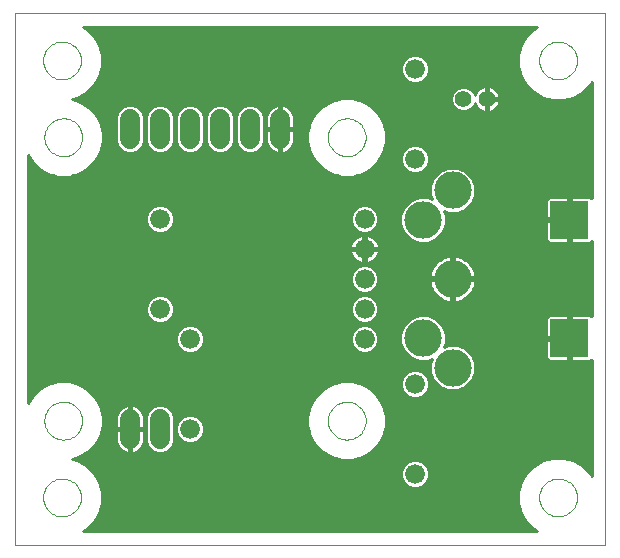
<source format=gtl>
G75*
G70*
%OFA0B0*%
%FSLAX24Y24*%
%IPPOS*%
%LPD*%
%AMOC8*
5,1,8,0,0,1.08239X$1,22.5*
%
%ADD10C,0.0000*%
%ADD11C,0.0660*%
%ADD12C,0.1250*%
%ADD13R,0.1250X0.1250*%
%ADD14C,0.0560*%
%ADD15C,0.0660*%
%ADD16C,0.0100*%
D10*
X000105Y000102D02*
X000105Y017818D01*
X019790Y017818D01*
X019790Y000102D01*
X000105Y000102D01*
X001050Y001677D02*
X001052Y001727D01*
X001058Y001777D01*
X001068Y001826D01*
X001082Y001874D01*
X001099Y001921D01*
X001120Y001966D01*
X001145Y002010D01*
X001173Y002051D01*
X001205Y002090D01*
X001239Y002127D01*
X001276Y002161D01*
X001316Y002191D01*
X001358Y002218D01*
X001402Y002242D01*
X001448Y002263D01*
X001495Y002279D01*
X001543Y002292D01*
X001593Y002301D01*
X001642Y002306D01*
X001693Y002307D01*
X001743Y002304D01*
X001792Y002297D01*
X001841Y002286D01*
X001889Y002271D01*
X001935Y002253D01*
X001980Y002231D01*
X002023Y002205D01*
X002064Y002176D01*
X002103Y002144D01*
X002139Y002109D01*
X002171Y002071D01*
X002201Y002031D01*
X002228Y001988D01*
X002251Y001944D01*
X002270Y001898D01*
X002286Y001850D01*
X002298Y001801D01*
X002306Y001752D01*
X002310Y001702D01*
X002310Y001652D01*
X002306Y001602D01*
X002298Y001553D01*
X002286Y001504D01*
X002270Y001456D01*
X002251Y001410D01*
X002228Y001366D01*
X002201Y001323D01*
X002171Y001283D01*
X002139Y001245D01*
X002103Y001210D01*
X002064Y001178D01*
X002023Y001149D01*
X001980Y001123D01*
X001935Y001101D01*
X001889Y001083D01*
X001841Y001068D01*
X001792Y001057D01*
X001743Y001050D01*
X001693Y001047D01*
X001642Y001048D01*
X001593Y001053D01*
X001543Y001062D01*
X001495Y001075D01*
X001448Y001091D01*
X001402Y001112D01*
X001358Y001136D01*
X001316Y001163D01*
X001276Y001193D01*
X001239Y001227D01*
X001205Y001264D01*
X001173Y001303D01*
X001145Y001344D01*
X001120Y001388D01*
X001099Y001433D01*
X001082Y001480D01*
X001068Y001528D01*
X001058Y001577D01*
X001052Y001627D01*
X001050Y001677D01*
X001093Y004236D02*
X001095Y004286D01*
X001101Y004336D01*
X001111Y004385D01*
X001125Y004433D01*
X001142Y004480D01*
X001163Y004525D01*
X001188Y004569D01*
X001216Y004610D01*
X001248Y004649D01*
X001282Y004686D01*
X001319Y004720D01*
X001359Y004750D01*
X001401Y004777D01*
X001445Y004801D01*
X001491Y004822D01*
X001538Y004838D01*
X001586Y004851D01*
X001636Y004860D01*
X001685Y004865D01*
X001736Y004866D01*
X001786Y004863D01*
X001835Y004856D01*
X001884Y004845D01*
X001932Y004830D01*
X001978Y004812D01*
X002023Y004790D01*
X002066Y004764D01*
X002107Y004735D01*
X002146Y004703D01*
X002182Y004668D01*
X002214Y004630D01*
X002244Y004590D01*
X002271Y004547D01*
X002294Y004503D01*
X002313Y004457D01*
X002329Y004409D01*
X002341Y004360D01*
X002349Y004311D01*
X002353Y004261D01*
X002353Y004211D01*
X002349Y004161D01*
X002341Y004112D01*
X002329Y004063D01*
X002313Y004015D01*
X002294Y003969D01*
X002271Y003925D01*
X002244Y003882D01*
X002214Y003842D01*
X002182Y003804D01*
X002146Y003769D01*
X002107Y003737D01*
X002066Y003708D01*
X002023Y003682D01*
X001978Y003660D01*
X001932Y003642D01*
X001884Y003627D01*
X001835Y003616D01*
X001786Y003609D01*
X001736Y003606D01*
X001685Y003607D01*
X001636Y003612D01*
X001586Y003621D01*
X001538Y003634D01*
X001491Y003650D01*
X001445Y003671D01*
X001401Y003695D01*
X001359Y003722D01*
X001319Y003752D01*
X001282Y003786D01*
X001248Y003823D01*
X001216Y003862D01*
X001188Y003903D01*
X001163Y003947D01*
X001142Y003992D01*
X001125Y004039D01*
X001111Y004087D01*
X001101Y004136D01*
X001095Y004186D01*
X001093Y004236D01*
X010542Y004236D02*
X010544Y004286D01*
X010550Y004336D01*
X010560Y004385D01*
X010574Y004433D01*
X010591Y004480D01*
X010612Y004525D01*
X010637Y004569D01*
X010665Y004610D01*
X010697Y004649D01*
X010731Y004686D01*
X010768Y004720D01*
X010808Y004750D01*
X010850Y004777D01*
X010894Y004801D01*
X010940Y004822D01*
X010987Y004838D01*
X011035Y004851D01*
X011085Y004860D01*
X011134Y004865D01*
X011185Y004866D01*
X011235Y004863D01*
X011284Y004856D01*
X011333Y004845D01*
X011381Y004830D01*
X011427Y004812D01*
X011472Y004790D01*
X011515Y004764D01*
X011556Y004735D01*
X011595Y004703D01*
X011631Y004668D01*
X011663Y004630D01*
X011693Y004590D01*
X011720Y004547D01*
X011743Y004503D01*
X011762Y004457D01*
X011778Y004409D01*
X011790Y004360D01*
X011798Y004311D01*
X011802Y004261D01*
X011802Y004211D01*
X011798Y004161D01*
X011790Y004112D01*
X011778Y004063D01*
X011762Y004015D01*
X011743Y003969D01*
X011720Y003925D01*
X011693Y003882D01*
X011663Y003842D01*
X011631Y003804D01*
X011595Y003769D01*
X011556Y003737D01*
X011515Y003708D01*
X011472Y003682D01*
X011427Y003660D01*
X011381Y003642D01*
X011333Y003627D01*
X011284Y003616D01*
X011235Y003609D01*
X011185Y003606D01*
X011134Y003607D01*
X011085Y003612D01*
X011035Y003621D01*
X010987Y003634D01*
X010940Y003650D01*
X010894Y003671D01*
X010850Y003695D01*
X010808Y003722D01*
X010768Y003752D01*
X010731Y003786D01*
X010697Y003823D01*
X010665Y003862D01*
X010637Y003903D01*
X010612Y003947D01*
X010591Y003992D01*
X010574Y004039D01*
X010560Y004087D01*
X010550Y004136D01*
X010544Y004186D01*
X010542Y004236D01*
X017585Y001677D02*
X017587Y001727D01*
X017593Y001777D01*
X017603Y001826D01*
X017617Y001874D01*
X017634Y001921D01*
X017655Y001966D01*
X017680Y002010D01*
X017708Y002051D01*
X017740Y002090D01*
X017774Y002127D01*
X017811Y002161D01*
X017851Y002191D01*
X017893Y002218D01*
X017937Y002242D01*
X017983Y002263D01*
X018030Y002279D01*
X018078Y002292D01*
X018128Y002301D01*
X018177Y002306D01*
X018228Y002307D01*
X018278Y002304D01*
X018327Y002297D01*
X018376Y002286D01*
X018424Y002271D01*
X018470Y002253D01*
X018515Y002231D01*
X018558Y002205D01*
X018599Y002176D01*
X018638Y002144D01*
X018674Y002109D01*
X018706Y002071D01*
X018736Y002031D01*
X018763Y001988D01*
X018786Y001944D01*
X018805Y001898D01*
X018821Y001850D01*
X018833Y001801D01*
X018841Y001752D01*
X018845Y001702D01*
X018845Y001652D01*
X018841Y001602D01*
X018833Y001553D01*
X018821Y001504D01*
X018805Y001456D01*
X018786Y001410D01*
X018763Y001366D01*
X018736Y001323D01*
X018706Y001283D01*
X018674Y001245D01*
X018638Y001210D01*
X018599Y001178D01*
X018558Y001149D01*
X018515Y001123D01*
X018470Y001101D01*
X018424Y001083D01*
X018376Y001068D01*
X018327Y001057D01*
X018278Y001050D01*
X018228Y001047D01*
X018177Y001048D01*
X018128Y001053D01*
X018078Y001062D01*
X018030Y001075D01*
X017983Y001091D01*
X017937Y001112D01*
X017893Y001136D01*
X017851Y001163D01*
X017811Y001193D01*
X017774Y001227D01*
X017740Y001264D01*
X017708Y001303D01*
X017680Y001344D01*
X017655Y001388D01*
X017634Y001433D01*
X017617Y001480D01*
X017603Y001528D01*
X017593Y001577D01*
X017587Y001627D01*
X017585Y001677D01*
X010542Y013684D02*
X010544Y013734D01*
X010550Y013784D01*
X010560Y013833D01*
X010574Y013881D01*
X010591Y013928D01*
X010612Y013973D01*
X010637Y014017D01*
X010665Y014058D01*
X010697Y014097D01*
X010731Y014134D01*
X010768Y014168D01*
X010808Y014198D01*
X010850Y014225D01*
X010894Y014249D01*
X010940Y014270D01*
X010987Y014286D01*
X011035Y014299D01*
X011085Y014308D01*
X011134Y014313D01*
X011185Y014314D01*
X011235Y014311D01*
X011284Y014304D01*
X011333Y014293D01*
X011381Y014278D01*
X011427Y014260D01*
X011472Y014238D01*
X011515Y014212D01*
X011556Y014183D01*
X011595Y014151D01*
X011631Y014116D01*
X011663Y014078D01*
X011693Y014038D01*
X011720Y013995D01*
X011743Y013951D01*
X011762Y013905D01*
X011778Y013857D01*
X011790Y013808D01*
X011798Y013759D01*
X011802Y013709D01*
X011802Y013659D01*
X011798Y013609D01*
X011790Y013560D01*
X011778Y013511D01*
X011762Y013463D01*
X011743Y013417D01*
X011720Y013373D01*
X011693Y013330D01*
X011663Y013290D01*
X011631Y013252D01*
X011595Y013217D01*
X011556Y013185D01*
X011515Y013156D01*
X011472Y013130D01*
X011427Y013108D01*
X011381Y013090D01*
X011333Y013075D01*
X011284Y013064D01*
X011235Y013057D01*
X011185Y013054D01*
X011134Y013055D01*
X011085Y013060D01*
X011035Y013069D01*
X010987Y013082D01*
X010940Y013098D01*
X010894Y013119D01*
X010850Y013143D01*
X010808Y013170D01*
X010768Y013200D01*
X010731Y013234D01*
X010697Y013271D01*
X010665Y013310D01*
X010637Y013351D01*
X010612Y013395D01*
X010591Y013440D01*
X010574Y013487D01*
X010560Y013535D01*
X010550Y013584D01*
X010544Y013634D01*
X010542Y013684D01*
X017585Y016243D02*
X017587Y016293D01*
X017593Y016343D01*
X017603Y016392D01*
X017617Y016440D01*
X017634Y016487D01*
X017655Y016532D01*
X017680Y016576D01*
X017708Y016617D01*
X017740Y016656D01*
X017774Y016693D01*
X017811Y016727D01*
X017851Y016757D01*
X017893Y016784D01*
X017937Y016808D01*
X017983Y016829D01*
X018030Y016845D01*
X018078Y016858D01*
X018128Y016867D01*
X018177Y016872D01*
X018228Y016873D01*
X018278Y016870D01*
X018327Y016863D01*
X018376Y016852D01*
X018424Y016837D01*
X018470Y016819D01*
X018515Y016797D01*
X018558Y016771D01*
X018599Y016742D01*
X018638Y016710D01*
X018674Y016675D01*
X018706Y016637D01*
X018736Y016597D01*
X018763Y016554D01*
X018786Y016510D01*
X018805Y016464D01*
X018821Y016416D01*
X018833Y016367D01*
X018841Y016318D01*
X018845Y016268D01*
X018845Y016218D01*
X018841Y016168D01*
X018833Y016119D01*
X018821Y016070D01*
X018805Y016022D01*
X018786Y015976D01*
X018763Y015932D01*
X018736Y015889D01*
X018706Y015849D01*
X018674Y015811D01*
X018638Y015776D01*
X018599Y015744D01*
X018558Y015715D01*
X018515Y015689D01*
X018470Y015667D01*
X018424Y015649D01*
X018376Y015634D01*
X018327Y015623D01*
X018278Y015616D01*
X018228Y015613D01*
X018177Y015614D01*
X018128Y015619D01*
X018078Y015628D01*
X018030Y015641D01*
X017983Y015657D01*
X017937Y015678D01*
X017893Y015702D01*
X017851Y015729D01*
X017811Y015759D01*
X017774Y015793D01*
X017740Y015830D01*
X017708Y015869D01*
X017680Y015910D01*
X017655Y015954D01*
X017634Y015999D01*
X017617Y016046D01*
X017603Y016094D01*
X017593Y016143D01*
X017587Y016193D01*
X017585Y016243D01*
X001050Y016243D02*
X001052Y016293D01*
X001058Y016343D01*
X001068Y016392D01*
X001082Y016440D01*
X001099Y016487D01*
X001120Y016532D01*
X001145Y016576D01*
X001173Y016617D01*
X001205Y016656D01*
X001239Y016693D01*
X001276Y016727D01*
X001316Y016757D01*
X001358Y016784D01*
X001402Y016808D01*
X001448Y016829D01*
X001495Y016845D01*
X001543Y016858D01*
X001593Y016867D01*
X001642Y016872D01*
X001693Y016873D01*
X001743Y016870D01*
X001792Y016863D01*
X001841Y016852D01*
X001889Y016837D01*
X001935Y016819D01*
X001980Y016797D01*
X002023Y016771D01*
X002064Y016742D01*
X002103Y016710D01*
X002139Y016675D01*
X002171Y016637D01*
X002201Y016597D01*
X002228Y016554D01*
X002251Y016510D01*
X002270Y016464D01*
X002286Y016416D01*
X002298Y016367D01*
X002306Y016318D01*
X002310Y016268D01*
X002310Y016218D01*
X002306Y016168D01*
X002298Y016119D01*
X002286Y016070D01*
X002270Y016022D01*
X002251Y015976D01*
X002228Y015932D01*
X002201Y015889D01*
X002171Y015849D01*
X002139Y015811D01*
X002103Y015776D01*
X002064Y015744D01*
X002023Y015715D01*
X001980Y015689D01*
X001935Y015667D01*
X001889Y015649D01*
X001841Y015634D01*
X001792Y015623D01*
X001743Y015616D01*
X001693Y015613D01*
X001642Y015614D01*
X001593Y015619D01*
X001543Y015628D01*
X001495Y015641D01*
X001448Y015657D01*
X001402Y015678D01*
X001358Y015702D01*
X001316Y015729D01*
X001276Y015759D01*
X001239Y015793D01*
X001205Y015830D01*
X001173Y015869D01*
X001145Y015910D01*
X001120Y015954D01*
X001099Y015999D01*
X001082Y016046D01*
X001068Y016094D01*
X001058Y016143D01*
X001052Y016193D01*
X001050Y016243D01*
X001093Y013684D02*
X001095Y013734D01*
X001101Y013784D01*
X001111Y013833D01*
X001125Y013881D01*
X001142Y013928D01*
X001163Y013973D01*
X001188Y014017D01*
X001216Y014058D01*
X001248Y014097D01*
X001282Y014134D01*
X001319Y014168D01*
X001359Y014198D01*
X001401Y014225D01*
X001445Y014249D01*
X001491Y014270D01*
X001538Y014286D01*
X001586Y014299D01*
X001636Y014308D01*
X001685Y014313D01*
X001736Y014314D01*
X001786Y014311D01*
X001835Y014304D01*
X001884Y014293D01*
X001932Y014278D01*
X001978Y014260D01*
X002023Y014238D01*
X002066Y014212D01*
X002107Y014183D01*
X002146Y014151D01*
X002182Y014116D01*
X002214Y014078D01*
X002244Y014038D01*
X002271Y013995D01*
X002294Y013951D01*
X002313Y013905D01*
X002329Y013857D01*
X002341Y013808D01*
X002349Y013759D01*
X002353Y013709D01*
X002353Y013659D01*
X002349Y013609D01*
X002341Y013560D01*
X002329Y013511D01*
X002313Y013463D01*
X002294Y013417D01*
X002271Y013373D01*
X002244Y013330D01*
X002214Y013290D01*
X002182Y013252D01*
X002146Y013217D01*
X002107Y013185D01*
X002066Y013156D01*
X002023Y013130D01*
X001978Y013108D01*
X001932Y013090D01*
X001884Y013075D01*
X001835Y013064D01*
X001786Y013057D01*
X001736Y013054D01*
X001685Y013055D01*
X001636Y013060D01*
X001586Y013069D01*
X001538Y013082D01*
X001491Y013098D01*
X001445Y013119D01*
X001401Y013143D01*
X001359Y013170D01*
X001319Y013200D01*
X001282Y013234D01*
X001248Y013271D01*
X001216Y013310D01*
X001188Y013351D01*
X001163Y013395D01*
X001142Y013440D01*
X001125Y013487D01*
X001111Y013535D01*
X001101Y013584D01*
X001095Y013634D01*
X001093Y013684D01*
D11*
X004948Y010960D03*
X004948Y007960D03*
X005948Y006960D03*
X005948Y003960D03*
X011763Y006960D03*
X011763Y007960D03*
X011763Y008960D03*
X011763Y009960D03*
X011763Y010960D03*
X013448Y012960D03*
X013448Y015960D03*
X013448Y005460D03*
X013448Y002460D03*
D12*
X014698Y006007D03*
X013713Y006991D03*
X014698Y008960D03*
X013713Y010929D03*
X014698Y011913D03*
D13*
X018595Y010929D03*
X018595Y006991D03*
D14*
X015841Y014960D03*
X015054Y014960D03*
D15*
X008948Y014290D02*
X008948Y013630D01*
X007948Y013630D02*
X007948Y014290D01*
X006948Y014290D02*
X006948Y013630D01*
X005948Y013630D02*
X005948Y014290D01*
X004948Y014290D02*
X004948Y013630D01*
X003948Y013630D02*
X003948Y014290D01*
X003948Y004290D02*
X003948Y003630D01*
X004948Y003630D02*
X004948Y004290D01*
D16*
X005264Y004624D02*
X009920Y004624D01*
X009894Y004526D02*
X005348Y004526D01*
X005338Y004551D02*
X005208Y004680D01*
X005039Y004750D01*
X004856Y004750D01*
X004687Y004680D01*
X004558Y004551D01*
X004488Y004381D01*
X004488Y003538D01*
X004558Y003369D01*
X004687Y003240D01*
X004856Y003170D01*
X005039Y003170D01*
X005208Y003240D01*
X005338Y003369D01*
X005408Y003538D01*
X005408Y004381D01*
X005338Y004551D01*
X005389Y004427D02*
X009867Y004427D01*
X009862Y004408D02*
X009862Y004063D01*
X009952Y003730D01*
X010124Y003431D01*
X010368Y003187D01*
X010667Y003015D01*
X011000Y002926D01*
X011345Y002926D01*
X011678Y003015D01*
X011976Y003187D01*
X012220Y003431D01*
X012393Y003730D01*
X012482Y004063D01*
X012482Y004408D01*
X012393Y004741D01*
X012220Y005040D01*
X011976Y005284D01*
X011678Y005456D01*
X011345Y005545D01*
X011000Y005545D01*
X010667Y005456D01*
X010368Y005284D01*
X010124Y005040D01*
X009952Y004741D01*
X009862Y004408D01*
X009862Y004328D02*
X006230Y004328D01*
X006208Y004350D02*
X006338Y004221D01*
X006408Y004051D01*
X006408Y003868D01*
X006338Y003699D01*
X006208Y003570D01*
X006039Y003500D01*
X005856Y003500D01*
X005687Y003570D01*
X005558Y003699D01*
X005488Y003868D01*
X005488Y004051D01*
X005558Y004221D01*
X005687Y004350D01*
X005856Y004420D01*
X006039Y004420D01*
X006208Y004350D01*
X006328Y004230D02*
X009862Y004230D01*
X009862Y004131D02*
X006375Y004131D01*
X006408Y004033D02*
X009870Y004033D01*
X009897Y003934D02*
X006408Y003934D01*
X006394Y003836D02*
X009923Y003836D01*
X009950Y003737D02*
X006353Y003737D01*
X006277Y003639D02*
X010004Y003639D01*
X010061Y003540D02*
X006136Y003540D01*
X005759Y003540D02*
X005408Y003540D01*
X005408Y003639D02*
X005619Y003639D01*
X005542Y003737D02*
X005408Y003737D01*
X005408Y003836D02*
X005501Y003836D01*
X005488Y003934D02*
X005408Y003934D01*
X005408Y004033D02*
X005488Y004033D01*
X005521Y004131D02*
X005408Y004131D01*
X005408Y004230D02*
X005567Y004230D01*
X005666Y004328D02*
X005408Y004328D01*
X005105Y004723D02*
X009947Y004723D01*
X009998Y004821D02*
X002898Y004821D01*
X002944Y004741D02*
X002771Y005040D01*
X002528Y005284D01*
X002229Y005456D01*
X001896Y005545D01*
X001551Y005545D01*
X001218Y005456D01*
X000919Y005284D01*
X000675Y005040D01*
X000555Y004832D01*
X000555Y013088D01*
X000675Y012880D01*
X000919Y012636D01*
X001218Y012464D01*
X001551Y012375D01*
X001896Y012375D01*
X002229Y012464D01*
X002528Y012636D01*
X002771Y012880D01*
X002944Y013179D01*
X003033Y013512D01*
X003033Y013857D01*
X002944Y014190D01*
X002771Y014489D01*
X002528Y014733D01*
X002229Y014905D01*
X002025Y014960D01*
X002193Y015005D01*
X002496Y015180D01*
X002744Y015427D01*
X002919Y015730D01*
X003009Y016068D01*
X003009Y016419D01*
X002919Y016757D01*
X002744Y017060D01*
X002496Y017307D01*
X002391Y017368D01*
X017505Y017368D01*
X017399Y017307D01*
X017152Y017060D01*
X016976Y016757D01*
X016886Y016419D01*
X016886Y016068D01*
X016976Y015730D01*
X017152Y015427D01*
X017399Y015180D01*
X017702Y015005D01*
X018040Y014914D01*
X018390Y014914D01*
X018729Y015005D01*
X019032Y015180D01*
X019279Y015427D01*
X019340Y015533D01*
X019340Y011646D01*
X019312Y011674D01*
X019278Y011693D01*
X019240Y011703D01*
X018645Y011703D01*
X018645Y010979D01*
X018545Y010979D01*
X018545Y011703D01*
X017951Y011703D01*
X017912Y011693D01*
X017878Y011674D01*
X017850Y011646D01*
X017831Y011611D01*
X017820Y011573D01*
X017820Y010978D01*
X018545Y010978D01*
X018545Y010879D01*
X017820Y010879D01*
X017820Y010284D01*
X017831Y010246D01*
X017850Y010211D01*
X017878Y010183D01*
X017912Y010164D01*
X017951Y010154D01*
X018545Y010154D01*
X018545Y010878D01*
X018645Y010878D01*
X018645Y010154D01*
X019240Y010154D01*
X019278Y010164D01*
X019312Y010183D01*
X019340Y010211D01*
X019340Y007709D01*
X019312Y007736D01*
X019278Y007756D01*
X019240Y007766D01*
X018645Y007766D01*
X018645Y007042D01*
X018545Y007042D01*
X018545Y007766D01*
X017951Y007766D01*
X017912Y007756D01*
X017878Y007736D01*
X017850Y007709D01*
X017831Y007674D01*
X017820Y007636D01*
X017820Y007041D01*
X018545Y007041D01*
X018545Y006941D01*
X018645Y006941D01*
X018645Y006216D01*
X019240Y006216D01*
X019278Y006227D01*
X019312Y006246D01*
X019340Y006274D01*
X019340Y002387D01*
X019279Y002493D01*
X019032Y002740D01*
X018729Y002915D01*
X018390Y003006D01*
X018040Y003006D01*
X017702Y002915D01*
X017399Y002740D01*
X017152Y002493D01*
X016976Y002190D01*
X016886Y001852D01*
X016886Y001501D01*
X016976Y001163D01*
X017152Y000860D01*
X017399Y000613D01*
X017505Y000552D01*
X002391Y000552D01*
X002496Y000613D01*
X002744Y000860D01*
X002919Y001163D01*
X003009Y001501D01*
X003009Y001852D01*
X002919Y002190D01*
X002744Y002493D01*
X002496Y002740D01*
X002193Y002915D01*
X002025Y002960D01*
X002229Y003015D01*
X002528Y003187D01*
X002771Y003431D01*
X002944Y003730D01*
X003033Y004063D01*
X003033Y004408D01*
X002944Y004741D01*
X002949Y004723D02*
X003740Y004723D01*
X003763Y004735D02*
X003696Y004701D01*
X003635Y004656D01*
X003582Y004603D01*
X003537Y004542D01*
X003503Y004474D01*
X003480Y004402D01*
X003468Y004328D01*
X003468Y003999D01*
X003909Y003999D01*
X003909Y004770D01*
X003835Y004758D01*
X003763Y004735D01*
X003909Y004723D02*
X003986Y004723D01*
X003986Y004770D02*
X003986Y003999D01*
X003909Y003999D01*
X003909Y003921D01*
X003986Y003921D01*
X003986Y003150D01*
X004060Y003162D01*
X004132Y003185D01*
X004199Y003219D01*
X004260Y003264D01*
X004314Y003317D01*
X004358Y003378D01*
X004393Y003446D01*
X004416Y003518D01*
X004428Y003592D01*
X004428Y003921D01*
X003987Y003921D01*
X003987Y003999D01*
X004428Y003999D01*
X004428Y004328D01*
X004416Y004402D01*
X004393Y004474D01*
X004358Y004542D01*
X004314Y004603D01*
X004260Y004656D01*
X004199Y004701D01*
X004132Y004735D01*
X004060Y004758D01*
X003986Y004770D01*
X003986Y004624D02*
X003909Y004624D01*
X003909Y004526D02*
X003986Y004526D01*
X003986Y004427D02*
X003909Y004427D01*
X003909Y004328D02*
X003986Y004328D01*
X003986Y004230D02*
X003909Y004230D01*
X003909Y004131D02*
X003986Y004131D01*
X003986Y004033D02*
X003909Y004033D01*
X003909Y003934D02*
X002999Y003934D01*
X002972Y003836D02*
X003468Y003836D01*
X003468Y003921D02*
X003468Y003592D01*
X003480Y003518D01*
X003503Y003446D01*
X003537Y003378D01*
X003582Y003317D01*
X003635Y003264D01*
X003696Y003219D01*
X003763Y003185D01*
X003835Y003162D01*
X003909Y003150D01*
X003909Y003921D01*
X003468Y003921D01*
X003468Y004033D02*
X003025Y004033D01*
X003033Y004131D02*
X003468Y004131D01*
X003468Y004230D02*
X003033Y004230D01*
X003033Y004328D02*
X003468Y004328D01*
X003488Y004427D02*
X003028Y004427D01*
X003002Y004526D02*
X003529Y004526D01*
X003603Y004624D02*
X002975Y004624D01*
X002841Y004920D02*
X010055Y004920D01*
X010112Y005018D02*
X002784Y005018D01*
X002694Y005117D02*
X010201Y005117D01*
X010299Y005215D02*
X002596Y005215D01*
X002475Y005314D02*
X010420Y005314D01*
X010591Y005412D02*
X002305Y005412D01*
X002024Y005511D02*
X010871Y005511D01*
X011473Y005511D02*
X012988Y005511D01*
X012988Y005551D02*
X012988Y005368D01*
X013058Y005199D01*
X013187Y005070D01*
X013356Y005000D01*
X013539Y005000D01*
X013708Y005070D01*
X013838Y005199D01*
X013908Y005368D01*
X013908Y005551D01*
X013838Y005721D01*
X013708Y005850D01*
X013539Y005920D01*
X013356Y005920D01*
X013187Y005850D01*
X013058Y005721D01*
X012988Y005551D01*
X013012Y005610D02*
X000555Y005610D01*
X000555Y005708D02*
X013053Y005708D01*
X013144Y005807D02*
X000555Y005807D01*
X000555Y005905D02*
X013320Y005905D01*
X013575Y005905D02*
X013943Y005905D01*
X013943Y005857D02*
X014058Y005580D01*
X014270Y005367D01*
X014548Y005252D01*
X014848Y005252D01*
X015125Y005367D01*
X015338Y005580D01*
X015453Y005857D01*
X015453Y006157D01*
X015338Y006435D01*
X015125Y006647D01*
X014848Y006762D01*
X014548Y006762D01*
X014412Y006706D01*
X014468Y006841D01*
X014468Y007142D01*
X014354Y007419D01*
X014141Y007632D01*
X013864Y007746D01*
X013563Y007746D01*
X013286Y007632D01*
X013073Y007419D01*
X012958Y007142D01*
X012958Y006841D01*
X013073Y006564D01*
X013286Y006351D01*
X013563Y006236D01*
X013864Y006236D01*
X013999Y006292D01*
X013943Y006157D01*
X013943Y005857D01*
X013964Y005807D02*
X013752Y005807D01*
X013843Y005708D02*
X014004Y005708D01*
X014045Y005610D02*
X013884Y005610D01*
X013908Y005511D02*
X014126Y005511D01*
X014225Y005412D02*
X013908Y005412D01*
X013885Y005314D02*
X014399Y005314D01*
X013844Y005215D02*
X019340Y005215D01*
X019340Y005117D02*
X013755Y005117D01*
X013583Y005018D02*
X019340Y005018D01*
X019340Y004920D02*
X012290Y004920D01*
X012233Y005018D02*
X013312Y005018D01*
X013140Y005117D02*
X012143Y005117D01*
X012045Y005215D02*
X013051Y005215D01*
X013010Y005314D02*
X011924Y005314D01*
X011753Y005412D02*
X012988Y005412D01*
X012346Y004821D02*
X019340Y004821D01*
X019340Y004723D02*
X012398Y004723D01*
X012424Y004624D02*
X019340Y004624D01*
X019340Y004526D02*
X012450Y004526D01*
X012477Y004427D02*
X019340Y004427D01*
X019340Y004328D02*
X012482Y004328D01*
X012482Y004230D02*
X019340Y004230D01*
X019340Y004131D02*
X012482Y004131D01*
X012474Y004033D02*
X019340Y004033D01*
X019340Y003934D02*
X012447Y003934D01*
X012421Y003836D02*
X019340Y003836D01*
X019340Y003737D02*
X012395Y003737D01*
X012340Y003639D02*
X019340Y003639D01*
X019340Y003540D02*
X012283Y003540D01*
X012226Y003442D02*
X019340Y003442D01*
X019340Y003343D02*
X012132Y003343D01*
X012033Y003244D02*
X019340Y003244D01*
X019340Y003146D02*
X011904Y003146D01*
X011734Y003047D02*
X019340Y003047D01*
X019340Y002949D02*
X018604Y002949D01*
X018841Y002850D02*
X019340Y002850D01*
X019340Y002752D02*
X019012Y002752D01*
X019119Y002653D02*
X019340Y002653D01*
X019340Y002555D02*
X019217Y002555D01*
X019301Y002456D02*
X019340Y002456D01*
X017827Y002949D02*
X011431Y002949D01*
X010913Y002949D02*
X002068Y002949D01*
X002285Y003047D02*
X010610Y003047D01*
X010440Y003146D02*
X002456Y003146D01*
X002585Y003244D02*
X003662Y003244D01*
X003563Y003343D02*
X002683Y003343D01*
X002777Y003442D02*
X003505Y003442D01*
X003476Y003540D02*
X002834Y003540D01*
X002891Y003639D02*
X003468Y003639D01*
X003468Y003737D02*
X002946Y003737D01*
X003909Y003737D02*
X003986Y003737D01*
X003986Y003639D02*
X003909Y003639D01*
X003909Y003540D02*
X003986Y003540D01*
X003986Y003442D02*
X003909Y003442D01*
X003909Y003343D02*
X003986Y003343D01*
X003986Y003244D02*
X003909Y003244D01*
X004234Y003244D02*
X004683Y003244D01*
X004584Y003343D02*
X004333Y003343D01*
X004390Y003442D02*
X004528Y003442D01*
X004488Y003540D02*
X004419Y003540D01*
X004428Y003639D02*
X004488Y003639D01*
X004488Y003737D02*
X004428Y003737D01*
X004428Y003836D02*
X004488Y003836D01*
X004488Y003934D02*
X003987Y003934D01*
X003986Y003836D02*
X003909Y003836D01*
X004428Y004033D02*
X004488Y004033D01*
X004488Y004131D02*
X004428Y004131D01*
X004428Y004230D02*
X004488Y004230D01*
X004488Y004328D02*
X004428Y004328D01*
X004408Y004427D02*
X004507Y004427D01*
X004547Y004526D02*
X004366Y004526D01*
X004292Y004624D02*
X004631Y004624D01*
X004790Y004723D02*
X004156Y004723D01*
X005368Y003442D02*
X010118Y003442D01*
X010212Y003343D02*
X005311Y003343D01*
X005213Y003244D02*
X010311Y003244D01*
X012988Y002551D02*
X012988Y002368D01*
X013058Y002199D01*
X013187Y002070D01*
X013356Y002000D01*
X013539Y002000D01*
X013708Y002070D01*
X013838Y002199D01*
X013908Y002368D01*
X013908Y002551D01*
X013838Y002721D01*
X013708Y002850D01*
X013539Y002920D01*
X013356Y002920D01*
X013187Y002850D01*
X013058Y002721D01*
X012988Y002551D01*
X012989Y002555D02*
X002682Y002555D01*
X002765Y002456D02*
X012988Y002456D01*
X012992Y002358D02*
X002822Y002358D01*
X002879Y002259D02*
X013033Y002259D01*
X013097Y002161D02*
X002927Y002161D01*
X002953Y002062D02*
X013207Y002062D01*
X013689Y002062D02*
X016942Y002062D01*
X016916Y001963D02*
X002980Y001963D01*
X003006Y001865D02*
X016889Y001865D01*
X016886Y001766D02*
X003009Y001766D01*
X003009Y001668D02*
X016886Y001668D01*
X016886Y001569D02*
X003009Y001569D01*
X003001Y001471D02*
X016894Y001471D01*
X016921Y001372D02*
X002975Y001372D01*
X002948Y001274D02*
X016947Y001274D01*
X016973Y001175D02*
X002922Y001175D01*
X002869Y001077D02*
X017027Y001077D01*
X017084Y000978D02*
X002812Y000978D01*
X002755Y000879D02*
X017140Y000879D01*
X017231Y000781D02*
X002665Y000781D01*
X002566Y000682D02*
X017329Y000682D01*
X017449Y000584D02*
X002446Y000584D01*
X002584Y002653D02*
X013030Y002653D01*
X013089Y002752D02*
X002477Y002752D01*
X002306Y002850D02*
X013188Y002850D01*
X013707Y002850D02*
X017589Y002850D01*
X017419Y002752D02*
X013806Y002752D01*
X013866Y002653D02*
X017312Y002653D01*
X017213Y002555D02*
X013906Y002555D01*
X013908Y002456D02*
X017130Y002456D01*
X017073Y002358D02*
X013903Y002358D01*
X013862Y002259D02*
X017017Y002259D01*
X016969Y002161D02*
X013799Y002161D01*
X014997Y005314D02*
X019340Y005314D01*
X019340Y005412D02*
X015171Y005412D01*
X015269Y005511D02*
X019340Y005511D01*
X019340Y005610D02*
X015350Y005610D01*
X015391Y005708D02*
X019340Y005708D01*
X019340Y005807D02*
X015432Y005807D01*
X015453Y005905D02*
X019340Y005905D01*
X019340Y006004D02*
X015453Y006004D01*
X015453Y006102D02*
X019340Y006102D01*
X019340Y006201D02*
X015435Y006201D01*
X015394Y006299D02*
X017836Y006299D01*
X017831Y006309D02*
X017850Y006274D01*
X017878Y006246D01*
X017912Y006227D01*
X017951Y006216D01*
X018545Y006216D01*
X018545Y006941D01*
X017820Y006941D01*
X017820Y006347D01*
X017831Y006309D01*
X017820Y006398D02*
X015353Y006398D01*
X015276Y006496D02*
X017820Y006496D01*
X017820Y006595D02*
X015178Y006595D01*
X015014Y006694D02*
X017820Y006694D01*
X017820Y006792D02*
X014448Y006792D01*
X014468Y006891D02*
X017820Y006891D01*
X017820Y007088D02*
X014468Y007088D01*
X014468Y006989D02*
X018545Y006989D01*
X018545Y006891D02*
X018645Y006891D01*
X018645Y006792D02*
X018545Y006792D01*
X018545Y006694D02*
X018645Y006694D01*
X018645Y006595D02*
X018545Y006595D01*
X018545Y006496D02*
X018645Y006496D01*
X018645Y006398D02*
X018545Y006398D01*
X018545Y006299D02*
X018645Y006299D01*
X018645Y007088D02*
X018545Y007088D01*
X018545Y007186D02*
X018645Y007186D01*
X018645Y007285D02*
X018545Y007285D01*
X018545Y007383D02*
X018645Y007383D01*
X018645Y007482D02*
X018545Y007482D01*
X018545Y007580D02*
X018645Y007580D01*
X018645Y007679D02*
X018545Y007679D01*
X017833Y007679D02*
X014027Y007679D01*
X014192Y007580D02*
X017820Y007580D01*
X017820Y007482D02*
X014291Y007482D01*
X014368Y007383D02*
X017820Y007383D01*
X017820Y007285D02*
X014409Y007285D01*
X014450Y007186D02*
X017820Y007186D01*
X019340Y007777D02*
X012185Y007777D01*
X012153Y007699D02*
X012223Y007868D01*
X012223Y008051D01*
X012153Y008221D01*
X012023Y008350D01*
X011854Y008420D01*
X011671Y008420D01*
X011502Y008350D01*
X011373Y008221D01*
X011303Y008051D01*
X011303Y007868D01*
X011373Y007699D01*
X011502Y007570D01*
X011671Y007500D01*
X011854Y007500D01*
X012023Y007570D01*
X012153Y007699D01*
X012132Y007679D02*
X013400Y007679D01*
X013235Y007580D02*
X012034Y007580D01*
X011943Y007383D02*
X013059Y007383D01*
X013018Y007285D02*
X012088Y007285D01*
X012153Y007221D02*
X012023Y007350D01*
X011854Y007420D01*
X011671Y007420D01*
X011502Y007350D01*
X011373Y007221D01*
X011303Y007051D01*
X011303Y006868D01*
X011373Y006699D01*
X011502Y006570D01*
X011671Y006500D01*
X011854Y006500D01*
X012023Y006570D01*
X012153Y006699D01*
X012223Y006868D01*
X012223Y007051D01*
X012153Y007221D01*
X012167Y007186D02*
X012977Y007186D01*
X012958Y007088D02*
X012208Y007088D01*
X012223Y006989D02*
X012958Y006989D01*
X012958Y006891D02*
X012223Y006891D01*
X012191Y006792D02*
X012979Y006792D01*
X013020Y006694D02*
X012147Y006694D01*
X012048Y006595D02*
X013060Y006595D01*
X013141Y006496D02*
X000555Y006496D01*
X000555Y006398D02*
X013239Y006398D01*
X013412Y006299D02*
X000555Y006299D01*
X000555Y006201D02*
X013961Y006201D01*
X013943Y006102D02*
X000555Y006102D01*
X000555Y006004D02*
X013943Y006004D01*
X013136Y007482D02*
X000555Y007482D01*
X000555Y007580D02*
X004677Y007580D01*
X004687Y007570D02*
X004856Y007500D01*
X005039Y007500D01*
X005208Y007570D01*
X005338Y007699D01*
X005408Y007868D01*
X005408Y008051D01*
X005338Y008221D01*
X005208Y008350D01*
X005039Y008420D01*
X004856Y008420D01*
X004687Y008350D01*
X004558Y008221D01*
X004488Y008051D01*
X004488Y007868D01*
X004558Y007699D01*
X004687Y007570D01*
X004578Y007679D02*
X000555Y007679D01*
X000555Y007777D02*
X004525Y007777D01*
X004488Y007876D02*
X000555Y007876D01*
X000555Y007975D02*
X004488Y007975D01*
X004497Y008073D02*
X000555Y008073D01*
X000555Y008172D02*
X004538Y008172D01*
X004607Y008270D02*
X000555Y008270D01*
X000555Y008369D02*
X004733Y008369D01*
X005163Y008369D02*
X011548Y008369D01*
X011422Y008270D02*
X005288Y008270D01*
X005358Y008172D02*
X011352Y008172D01*
X011312Y008073D02*
X005399Y008073D01*
X005408Y007975D02*
X011303Y007975D01*
X011303Y007876D02*
X005408Y007876D01*
X005370Y007777D02*
X011340Y007777D01*
X011393Y007679D02*
X005317Y007679D01*
X005219Y007580D02*
X011492Y007580D01*
X011583Y007383D02*
X006128Y007383D01*
X006208Y007350D02*
X006039Y007420D01*
X005856Y007420D01*
X005687Y007350D01*
X005558Y007221D01*
X005488Y007051D01*
X005488Y006868D01*
X005558Y006699D01*
X005687Y006570D01*
X005856Y006500D01*
X006039Y006500D01*
X006208Y006570D01*
X006338Y006699D01*
X006408Y006868D01*
X006408Y007051D01*
X006338Y007221D01*
X006208Y007350D01*
X006273Y007285D02*
X011437Y007285D01*
X011359Y007186D02*
X006352Y007186D01*
X006393Y007088D02*
X011318Y007088D01*
X011303Y006989D02*
X006408Y006989D01*
X006408Y006891D02*
X011303Y006891D01*
X011334Y006792D02*
X006376Y006792D01*
X006332Y006694D02*
X011379Y006694D01*
X011477Y006595D02*
X006233Y006595D01*
X005662Y006595D02*
X000555Y006595D01*
X000555Y006694D02*
X005564Y006694D01*
X005519Y006792D02*
X000555Y006792D01*
X000555Y006891D02*
X005488Y006891D01*
X005488Y006989D02*
X000555Y006989D01*
X000555Y007088D02*
X005503Y007088D01*
X005544Y007186D02*
X000555Y007186D01*
X000555Y007285D02*
X005622Y007285D01*
X005768Y007383D02*
X000555Y007383D01*
X000555Y008467D02*
X014099Y008467D01*
X014114Y008448D02*
X014186Y008376D01*
X014266Y008314D01*
X014354Y008263D01*
X014448Y008225D01*
X014546Y008198D01*
X014647Y008185D01*
X014648Y008185D01*
X014648Y008910D01*
X014748Y008910D01*
X014748Y009010D01*
X015473Y009010D01*
X015473Y009011D01*
X015459Y009111D01*
X015433Y009210D01*
X015394Y009304D01*
X015343Y009391D01*
X015282Y009472D01*
X015210Y009544D01*
X015129Y009606D01*
X015041Y009657D01*
X014947Y009695D01*
X014849Y009722D01*
X014749Y009735D01*
X014748Y009735D01*
X014748Y009010D01*
X014648Y009010D01*
X014648Y009735D01*
X014647Y009735D01*
X014546Y009722D01*
X014448Y009695D01*
X014354Y009657D01*
X014266Y009606D01*
X014186Y009544D01*
X014114Y009472D01*
X014052Y009391D01*
X014001Y009304D01*
X013962Y009210D01*
X013936Y009111D01*
X013923Y009011D01*
X013923Y009010D01*
X014648Y009010D01*
X014648Y008910D01*
X013923Y008910D01*
X013923Y008909D01*
X013936Y008808D01*
X013962Y008710D01*
X014001Y008616D01*
X014052Y008529D01*
X014114Y008448D01*
X014195Y008369D02*
X011978Y008369D01*
X012103Y008270D02*
X014342Y008270D01*
X014030Y008566D02*
X012013Y008566D01*
X012023Y008570D02*
X012153Y008699D01*
X012223Y008868D01*
X012223Y009051D01*
X012153Y009221D01*
X012023Y009350D01*
X011854Y009420D01*
X011671Y009420D01*
X011502Y009350D01*
X011373Y009221D01*
X011303Y009051D01*
X011303Y008868D01*
X011373Y008699D01*
X011502Y008570D01*
X011671Y008500D01*
X011854Y008500D01*
X012023Y008570D01*
X012118Y008664D02*
X013981Y008664D01*
X013948Y008763D02*
X012179Y008763D01*
X012220Y008861D02*
X013929Y008861D01*
X013929Y009059D02*
X012220Y009059D01*
X012223Y008960D02*
X014648Y008960D01*
X014648Y009059D02*
X014748Y009059D01*
X014748Y009157D02*
X014648Y009157D01*
X014648Y009256D02*
X014748Y009256D01*
X014748Y009354D02*
X014648Y009354D01*
X014648Y009453D02*
X014748Y009453D01*
X014748Y009551D02*
X014648Y009551D01*
X014648Y009650D02*
X014748Y009650D01*
X015053Y009650D02*
X019340Y009650D01*
X019340Y009748D02*
X012194Y009748D01*
X012207Y009776D02*
X012231Y009848D01*
X012242Y009921D01*
X011801Y009921D01*
X011801Y009480D01*
X011875Y009492D01*
X011947Y009515D01*
X012014Y009549D01*
X012075Y009594D01*
X012129Y009647D01*
X012173Y009708D01*
X012207Y009776D01*
X012231Y009847D02*
X019340Y009847D01*
X019340Y009945D02*
X011801Y009945D01*
X011801Y009921D02*
X011801Y009999D01*
X011724Y009999D01*
X011724Y010440D01*
X011650Y010428D01*
X011578Y010405D01*
X011511Y010371D01*
X011450Y010326D01*
X011397Y010273D01*
X011352Y010212D01*
X011318Y010144D01*
X011294Y010072D01*
X011283Y009999D01*
X011724Y009999D01*
X011724Y009921D01*
X011801Y009921D01*
X011801Y009847D02*
X011724Y009847D01*
X011724Y009921D02*
X011724Y009480D01*
X011650Y009492D01*
X011578Y009515D01*
X011511Y009549D01*
X011450Y009594D01*
X011397Y009647D01*
X011352Y009708D01*
X011318Y009776D01*
X011294Y009848D01*
X011283Y009921D01*
X011724Y009921D01*
X011724Y009945D02*
X000555Y009945D01*
X000555Y009847D02*
X011295Y009847D01*
X011332Y009748D02*
X000555Y009748D01*
X000555Y009650D02*
X011395Y009650D01*
X011509Y009551D02*
X000555Y009551D01*
X000555Y009453D02*
X014099Y009453D01*
X014030Y009354D02*
X012013Y009354D01*
X012118Y009256D02*
X013981Y009256D01*
X013948Y009157D02*
X012179Y009157D01*
X012017Y009551D02*
X014195Y009551D01*
X014343Y009650D02*
X012131Y009650D01*
X011801Y009650D02*
X011724Y009650D01*
X011724Y009748D02*
X011801Y009748D01*
X011801Y009551D02*
X011724Y009551D01*
X011512Y009354D02*
X000555Y009354D01*
X000555Y009256D02*
X011408Y009256D01*
X011346Y009157D02*
X000555Y009157D01*
X000555Y009059D02*
X011306Y009059D01*
X011303Y008960D02*
X000555Y008960D01*
X000555Y008861D02*
X011306Y008861D01*
X011346Y008763D02*
X000555Y008763D01*
X000555Y008664D02*
X011408Y008664D01*
X011512Y008566D02*
X000555Y008566D01*
X000555Y010044D02*
X011290Y010044D01*
X011317Y010143D02*
X000555Y010143D01*
X000555Y010241D02*
X011374Y010241D01*
X011469Y010340D02*
X000555Y010340D01*
X000555Y010438D02*
X011714Y010438D01*
X011724Y010438D02*
X011801Y010438D01*
X011801Y010440D02*
X011875Y010428D01*
X011947Y010405D01*
X012014Y010371D01*
X012075Y010326D01*
X012129Y010273D01*
X012173Y010212D01*
X012207Y010144D01*
X012231Y010072D01*
X012242Y009999D01*
X011801Y009999D01*
X011801Y010440D01*
X011812Y010438D02*
X013136Y010438D01*
X013073Y010501D02*
X013286Y010288D01*
X013563Y010174D01*
X013864Y010174D01*
X014141Y010288D01*
X014354Y010501D01*
X014468Y010778D01*
X014468Y011079D01*
X014412Y011214D01*
X014548Y011158D01*
X014848Y011158D01*
X015125Y011273D01*
X015338Y011485D01*
X015453Y011763D01*
X015453Y012063D01*
X015338Y012340D01*
X015125Y012553D01*
X014848Y012668D01*
X014548Y012668D01*
X014270Y012553D01*
X014058Y012340D01*
X013943Y012063D01*
X013943Y011763D01*
X013999Y011628D01*
X013864Y011683D01*
X013563Y011683D01*
X013286Y011569D01*
X013073Y011356D01*
X012958Y011079D01*
X012958Y010778D01*
X013073Y010501D01*
X013059Y010537D02*
X011943Y010537D01*
X012023Y010570D02*
X012153Y010699D01*
X012223Y010868D01*
X012223Y011051D01*
X012153Y011221D01*
X012023Y011350D01*
X011854Y011420D01*
X011671Y011420D01*
X011502Y011350D01*
X011373Y011221D01*
X011303Y011051D01*
X011303Y010868D01*
X011373Y010699D01*
X011502Y010570D01*
X011671Y010500D01*
X011854Y010500D01*
X012023Y010570D01*
X012088Y010635D02*
X013018Y010635D01*
X012977Y010734D02*
X012167Y010734D01*
X012208Y010832D02*
X012958Y010832D01*
X012958Y010931D02*
X012223Y010931D01*
X012223Y011029D02*
X012958Y011029D01*
X012979Y011128D02*
X012191Y011128D01*
X012147Y011226D02*
X013020Y011226D01*
X013061Y011325D02*
X012048Y011325D01*
X011477Y011325D02*
X005233Y011325D01*
X005208Y011350D02*
X005338Y011221D01*
X005408Y011051D01*
X005408Y010868D01*
X005338Y010699D01*
X005208Y010570D01*
X005039Y010500D01*
X004856Y010500D01*
X004687Y010570D01*
X004558Y010699D01*
X004488Y010868D01*
X004488Y011051D01*
X004558Y011221D01*
X004687Y011350D01*
X004856Y011420D01*
X005039Y011420D01*
X005208Y011350D01*
X005332Y011226D02*
X011379Y011226D01*
X011334Y011128D02*
X005376Y011128D01*
X005408Y011029D02*
X011303Y011029D01*
X011303Y010931D02*
X005408Y010931D01*
X005393Y010832D02*
X011318Y010832D01*
X011358Y010734D02*
X005352Y010734D01*
X005273Y010635D02*
X011437Y010635D01*
X011583Y010537D02*
X005128Y010537D01*
X004768Y010537D02*
X000555Y010537D01*
X000555Y010635D02*
X004622Y010635D01*
X004544Y010734D02*
X000555Y010734D01*
X000555Y010832D02*
X004503Y010832D01*
X004488Y010931D02*
X000555Y010931D01*
X000555Y011029D02*
X004488Y011029D01*
X004519Y011128D02*
X000555Y011128D01*
X000555Y011226D02*
X004564Y011226D01*
X004662Y011325D02*
X000555Y011325D01*
X000555Y011424D02*
X013141Y011424D01*
X013239Y011522D02*
X000555Y011522D01*
X000555Y011621D02*
X013412Y011621D01*
X013961Y011719D02*
X000555Y011719D01*
X000555Y011818D02*
X013943Y011818D01*
X013943Y011916D02*
X000555Y011916D01*
X000555Y012015D02*
X013943Y012015D01*
X013964Y012113D02*
X000555Y012113D01*
X000555Y012212D02*
X014004Y012212D01*
X014045Y012310D02*
X000555Y012310D01*
X000555Y012409D02*
X001422Y012409D01*
X001142Y012508D02*
X000555Y012508D01*
X000555Y012606D02*
X000971Y012606D01*
X000851Y012705D02*
X000555Y012705D01*
X000555Y012803D02*
X000752Y012803D01*
X000663Y012902D02*
X000555Y012902D01*
X000555Y013000D02*
X000606Y013000D01*
X002024Y012409D02*
X010871Y012409D01*
X011000Y012375D02*
X011345Y012375D01*
X011678Y012464D01*
X011976Y012636D01*
X012220Y012880D01*
X012393Y013179D01*
X012482Y013512D01*
X012482Y013857D01*
X012393Y014190D01*
X012220Y014489D01*
X011976Y014733D01*
X011678Y014905D01*
X011345Y014994D01*
X011000Y014994D01*
X010667Y014905D01*
X010368Y014733D01*
X010124Y014489D01*
X009952Y014190D01*
X009862Y013857D01*
X009862Y013512D01*
X009952Y013179D01*
X010124Y012880D01*
X010368Y012636D01*
X010667Y012464D01*
X011000Y012375D01*
X010591Y012508D02*
X002305Y012508D01*
X002475Y012606D02*
X010420Y012606D01*
X010299Y012705D02*
X002596Y012705D01*
X002694Y012803D02*
X010201Y012803D01*
X010111Y012902D02*
X002784Y012902D01*
X002841Y013000D02*
X010055Y013000D01*
X009998Y013099D02*
X002898Y013099D01*
X002949Y013197D02*
X003790Y013197D01*
X003856Y013170D02*
X003687Y013240D01*
X003558Y013369D01*
X003488Y013538D01*
X003488Y014381D01*
X003558Y014551D01*
X003687Y014680D01*
X003856Y014750D01*
X004039Y014750D01*
X004208Y014680D01*
X004338Y014551D01*
X004408Y014381D01*
X004408Y013538D01*
X004338Y013369D01*
X004208Y013240D01*
X004039Y013170D01*
X003856Y013170D01*
X004105Y013197D02*
X004790Y013197D01*
X004856Y013170D02*
X004687Y013240D01*
X004558Y013369D01*
X004488Y013538D01*
X004488Y014381D01*
X004558Y014551D01*
X004687Y014680D01*
X004856Y014750D01*
X005039Y014750D01*
X005208Y014680D01*
X005338Y014551D01*
X005408Y014381D01*
X005408Y013538D01*
X005338Y013369D01*
X005208Y013240D01*
X005039Y013170D01*
X004856Y013170D01*
X005105Y013197D02*
X005790Y013197D01*
X005856Y013170D02*
X005687Y013240D01*
X005558Y013369D01*
X005488Y013538D01*
X005488Y014381D01*
X005558Y014551D01*
X005687Y014680D01*
X005856Y014750D01*
X006039Y014750D01*
X006208Y014680D01*
X006338Y014551D01*
X006408Y014381D01*
X006408Y013538D01*
X006338Y013369D01*
X006208Y013240D01*
X006039Y013170D01*
X005856Y013170D01*
X006105Y013197D02*
X006790Y013197D01*
X006856Y013170D02*
X006687Y013240D01*
X006558Y013369D01*
X006488Y013538D01*
X006488Y014381D01*
X006558Y014551D01*
X006687Y014680D01*
X006856Y014750D01*
X007039Y014750D01*
X007208Y014680D01*
X007338Y014551D01*
X007408Y014381D01*
X007408Y013538D01*
X007338Y013369D01*
X007208Y013240D01*
X007039Y013170D01*
X006856Y013170D01*
X007105Y013197D02*
X007790Y013197D01*
X007856Y013170D02*
X007687Y013240D01*
X007558Y013369D01*
X007488Y013538D01*
X007488Y014381D01*
X007558Y014551D01*
X007687Y014680D01*
X007856Y014750D01*
X008039Y014750D01*
X008208Y014680D01*
X008338Y014551D01*
X008408Y014381D01*
X008408Y013538D01*
X008338Y013369D01*
X008208Y013240D01*
X008039Y013170D01*
X007856Y013170D01*
X008105Y013197D02*
X008739Y013197D01*
X008763Y013185D02*
X008835Y013162D01*
X008909Y013150D01*
X008909Y013921D01*
X008986Y013921D01*
X008986Y013150D01*
X009060Y013162D01*
X009132Y013185D01*
X009199Y013219D01*
X009260Y013264D01*
X009314Y013317D01*
X009358Y013378D01*
X009393Y013446D01*
X009416Y013518D01*
X009428Y013592D01*
X009428Y013921D01*
X008987Y013921D01*
X008987Y013999D01*
X009428Y013999D01*
X009428Y014328D01*
X009416Y014402D01*
X009393Y014474D01*
X009358Y014542D01*
X009314Y014603D01*
X009260Y014656D01*
X009199Y014701D01*
X009132Y014735D01*
X009060Y014758D01*
X008986Y014770D01*
X008986Y013999D01*
X008909Y013999D01*
X008909Y014770D01*
X008835Y014758D01*
X008763Y014735D01*
X008696Y014701D01*
X008635Y014656D01*
X008582Y014603D01*
X008537Y014542D01*
X008503Y014474D01*
X008480Y014402D01*
X008468Y014328D01*
X008468Y013999D01*
X008909Y013999D01*
X008909Y013921D01*
X008468Y013921D01*
X008468Y013592D01*
X008480Y013518D01*
X008503Y013446D01*
X008537Y013378D01*
X008582Y013317D01*
X008635Y013264D01*
X008696Y013219D01*
X008763Y013185D01*
X008909Y013197D02*
X008986Y013197D01*
X008986Y013296D02*
X008909Y013296D01*
X008909Y013394D02*
X008986Y013394D01*
X008986Y013493D02*
X008909Y013493D01*
X008909Y013592D02*
X008986Y013592D01*
X008986Y013690D02*
X008909Y013690D01*
X008909Y013789D02*
X008986Y013789D01*
X008986Y013887D02*
X008909Y013887D01*
X008909Y013986D02*
X008408Y013986D01*
X008408Y014084D02*
X008468Y014084D01*
X008468Y014183D02*
X008408Y014183D01*
X008408Y014281D02*
X008468Y014281D01*
X008476Y014380D02*
X008408Y014380D01*
X008368Y014478D02*
X008505Y014478D01*
X008563Y014577D02*
X008311Y014577D01*
X008213Y014676D02*
X008662Y014676D01*
X008909Y014676D02*
X008986Y014676D01*
X008986Y014577D02*
X008909Y014577D01*
X008909Y014478D02*
X008986Y014478D01*
X008986Y014380D02*
X008909Y014380D01*
X008909Y014281D02*
X008986Y014281D01*
X008986Y014183D02*
X008909Y014183D01*
X008909Y014084D02*
X008986Y014084D01*
X008987Y013986D02*
X009897Y013986D01*
X009923Y014084D02*
X009428Y014084D01*
X009428Y014183D02*
X009950Y014183D01*
X010004Y014281D02*
X009428Y014281D01*
X009419Y014380D02*
X010061Y014380D01*
X010118Y014478D02*
X009390Y014478D01*
X009333Y014577D02*
X010212Y014577D01*
X010311Y014676D02*
X009234Y014676D01*
X009428Y013887D02*
X009870Y013887D01*
X009862Y013789D02*
X009428Y013789D01*
X009428Y013690D02*
X009862Y013690D01*
X009862Y013592D02*
X009428Y013592D01*
X009408Y013493D02*
X009867Y013493D01*
X009894Y013394D02*
X009366Y013394D01*
X009292Y013296D02*
X009920Y013296D01*
X009947Y013197D02*
X009156Y013197D01*
X008603Y013296D02*
X008264Y013296D01*
X008348Y013394D02*
X008529Y013394D01*
X008487Y013493D02*
X008389Y013493D01*
X008408Y013592D02*
X008468Y013592D01*
X008468Y013690D02*
X008408Y013690D01*
X008408Y013789D02*
X008468Y013789D01*
X008468Y013887D02*
X008408Y013887D01*
X007631Y013296D02*
X007264Y013296D01*
X007348Y013394D02*
X007547Y013394D01*
X007507Y013493D02*
X007389Y013493D01*
X007408Y013592D02*
X007488Y013592D01*
X007488Y013690D02*
X007408Y013690D01*
X007408Y013789D02*
X007488Y013789D01*
X007488Y013887D02*
X007408Y013887D01*
X007408Y013986D02*
X007488Y013986D01*
X007488Y014084D02*
X007408Y014084D01*
X007408Y014183D02*
X007488Y014183D01*
X007488Y014281D02*
X007408Y014281D01*
X007408Y014380D02*
X007488Y014380D01*
X007528Y014478D02*
X007368Y014478D01*
X007311Y014577D02*
X007584Y014577D01*
X007683Y014676D02*
X007213Y014676D01*
X006683Y014676D02*
X006213Y014676D01*
X006311Y014577D02*
X006584Y014577D01*
X006528Y014478D02*
X006368Y014478D01*
X006408Y014380D02*
X006488Y014380D01*
X006488Y014281D02*
X006408Y014281D01*
X006408Y014183D02*
X006488Y014183D01*
X006488Y014084D02*
X006408Y014084D01*
X006408Y013986D02*
X006488Y013986D01*
X006488Y013887D02*
X006408Y013887D01*
X006408Y013789D02*
X006488Y013789D01*
X006488Y013690D02*
X006408Y013690D01*
X006408Y013592D02*
X006488Y013592D01*
X006507Y013493D02*
X006389Y013493D01*
X006348Y013394D02*
X006547Y013394D01*
X006631Y013296D02*
X006264Y013296D01*
X005631Y013296D02*
X005264Y013296D01*
X005348Y013394D02*
X005547Y013394D01*
X005507Y013493D02*
X005389Y013493D01*
X005408Y013592D02*
X005488Y013592D01*
X005488Y013690D02*
X005408Y013690D01*
X005408Y013789D02*
X005488Y013789D01*
X005488Y013887D02*
X005408Y013887D01*
X005408Y013986D02*
X005488Y013986D01*
X005488Y014084D02*
X005408Y014084D01*
X005408Y014183D02*
X005488Y014183D01*
X005488Y014281D02*
X005408Y014281D01*
X005408Y014380D02*
X005488Y014380D01*
X005528Y014478D02*
X005368Y014478D01*
X005311Y014577D02*
X005584Y014577D01*
X005683Y014676D02*
X005213Y014676D01*
X004683Y014676D02*
X004213Y014676D01*
X004311Y014577D02*
X004584Y014577D01*
X004528Y014478D02*
X004368Y014478D01*
X004408Y014380D02*
X004488Y014380D01*
X004488Y014281D02*
X004408Y014281D01*
X004408Y014183D02*
X004488Y014183D01*
X004488Y014084D02*
X004408Y014084D01*
X004408Y013986D02*
X004488Y013986D01*
X004488Y013887D02*
X004408Y013887D01*
X004408Y013789D02*
X004488Y013789D01*
X004488Y013690D02*
X004408Y013690D01*
X004408Y013592D02*
X004488Y013592D01*
X004507Y013493D02*
X004389Y013493D01*
X004348Y013394D02*
X004547Y013394D01*
X004631Y013296D02*
X004264Y013296D01*
X003631Y013296D02*
X002975Y013296D01*
X003002Y013394D02*
X003547Y013394D01*
X003507Y013493D02*
X003028Y013493D01*
X003033Y013592D02*
X003488Y013592D01*
X003488Y013690D02*
X003033Y013690D01*
X003033Y013789D02*
X003488Y013789D01*
X003488Y013887D02*
X003025Y013887D01*
X002999Y013986D02*
X003488Y013986D01*
X003488Y014084D02*
X002972Y014084D01*
X002946Y014183D02*
X003488Y014183D01*
X003488Y014281D02*
X002891Y014281D01*
X002834Y014380D02*
X003488Y014380D01*
X003528Y014478D02*
X002777Y014478D01*
X002683Y014577D02*
X003584Y014577D01*
X003683Y014676D02*
X002585Y014676D01*
X002456Y014774D02*
X010440Y014774D01*
X010611Y014873D02*
X002285Y014873D01*
X002306Y015070D02*
X014656Y015070D01*
X014644Y015042D02*
X014706Y015192D01*
X014822Y015308D01*
X014972Y015370D01*
X015136Y015370D01*
X015286Y015308D01*
X015402Y015192D01*
X015437Y015107D01*
X015443Y015125D01*
X015474Y015185D01*
X015513Y015240D01*
X015561Y015288D01*
X015616Y015328D01*
X015676Y015358D01*
X015741Y015379D01*
X015808Y015390D01*
X015813Y015390D01*
X015813Y014989D01*
X015870Y014989D01*
X015870Y015390D01*
X015875Y015390D01*
X015942Y015379D01*
X016006Y015358D01*
X016067Y015328D01*
X016122Y015288D01*
X016169Y015240D01*
X016209Y015185D01*
X016240Y015125D01*
X016261Y015061D01*
X016271Y014994D01*
X016271Y014989D01*
X015870Y014989D01*
X015870Y014931D01*
X015870Y014530D01*
X015875Y014530D01*
X015942Y014541D01*
X016006Y014561D01*
X016067Y014592D01*
X016122Y014632D01*
X016169Y014680D01*
X016209Y014735D01*
X016240Y014795D01*
X016261Y014859D01*
X016271Y014926D01*
X016271Y014931D01*
X015870Y014931D01*
X015813Y014931D01*
X015813Y014530D01*
X015808Y014530D01*
X015741Y014541D01*
X015676Y014561D01*
X015616Y014592D01*
X015561Y014632D01*
X015513Y014680D01*
X015474Y014735D01*
X015443Y014795D01*
X015437Y014813D01*
X015402Y014728D01*
X015286Y014612D01*
X015136Y014550D01*
X014972Y014550D01*
X014822Y014612D01*
X014706Y014728D01*
X014644Y014878D01*
X014644Y015042D01*
X014644Y014971D02*
X011431Y014971D01*
X011734Y014873D02*
X014646Y014873D01*
X014687Y014774D02*
X011904Y014774D01*
X012033Y014676D02*
X014759Y014676D01*
X014907Y014577D02*
X012132Y014577D01*
X012226Y014478D02*
X019340Y014478D01*
X019340Y014380D02*
X012283Y014380D01*
X012340Y014281D02*
X019340Y014281D01*
X019340Y014183D02*
X012395Y014183D01*
X012421Y014084D02*
X019340Y014084D01*
X019340Y013986D02*
X012447Y013986D01*
X012474Y013887D02*
X019340Y013887D01*
X019340Y013789D02*
X012482Y013789D01*
X012482Y013690D02*
X019340Y013690D01*
X019340Y013592D02*
X012482Y013592D01*
X012477Y013493D02*
X019340Y013493D01*
X019340Y013394D02*
X013601Y013394D01*
X013539Y013420D02*
X013356Y013420D01*
X013187Y013350D01*
X013058Y013221D01*
X012988Y013051D01*
X012988Y012868D01*
X013058Y012699D01*
X013187Y012570D01*
X013356Y012500D01*
X013539Y012500D01*
X013708Y012570D01*
X013838Y012699D01*
X013908Y012868D01*
X013908Y013051D01*
X013838Y013221D01*
X013708Y013350D01*
X013539Y013420D01*
X013295Y013394D02*
X012450Y013394D01*
X012424Y013296D02*
X013133Y013296D01*
X013048Y013197D02*
X012398Y013197D01*
X012346Y013099D02*
X013007Y013099D01*
X012988Y013000D02*
X012290Y013000D01*
X012233Y012902D02*
X012988Y012902D01*
X013015Y012803D02*
X012143Y012803D01*
X012045Y012705D02*
X013056Y012705D01*
X013151Y012606D02*
X011924Y012606D01*
X011753Y012508D02*
X013338Y012508D01*
X013557Y012508D02*
X014225Y012508D01*
X014126Y012409D02*
X011473Y012409D01*
X013744Y012606D02*
X014399Y012606D01*
X013881Y012803D02*
X019340Y012803D01*
X019340Y012705D02*
X013840Y012705D01*
X013908Y012902D02*
X019340Y012902D01*
X019340Y013000D02*
X013908Y013000D01*
X013888Y013099D02*
X019340Y013099D01*
X019340Y013197D02*
X013847Y013197D01*
X013762Y013296D02*
X019340Y013296D01*
X019340Y012606D02*
X014997Y012606D01*
X015171Y012508D02*
X019340Y012508D01*
X019340Y012409D02*
X015269Y012409D01*
X015350Y012310D02*
X019340Y012310D01*
X019340Y012212D02*
X015391Y012212D01*
X015432Y012113D02*
X019340Y012113D01*
X019340Y012015D02*
X015453Y012015D01*
X015453Y011916D02*
X019340Y011916D01*
X019340Y011818D02*
X015453Y011818D01*
X015435Y011719D02*
X019340Y011719D01*
X018645Y011621D02*
X018545Y011621D01*
X018545Y011522D02*
X018645Y011522D01*
X018645Y011424D02*
X018545Y011424D01*
X018545Y011325D02*
X018645Y011325D01*
X018645Y011226D02*
X018545Y011226D01*
X018545Y011128D02*
X018645Y011128D01*
X018645Y011029D02*
X018545Y011029D01*
X018545Y010931D02*
X014468Y010931D01*
X014468Y011029D02*
X017820Y011029D01*
X017820Y011128D02*
X014448Y011128D01*
X014468Y010832D02*
X017820Y010832D01*
X017820Y010734D02*
X014450Y010734D01*
X014409Y010635D02*
X017820Y010635D01*
X017820Y010537D02*
X014368Y010537D01*
X014291Y010438D02*
X017820Y010438D01*
X017820Y010340D02*
X014192Y010340D01*
X014027Y010241D02*
X017833Y010241D01*
X018545Y010241D02*
X018645Y010241D01*
X018645Y010340D02*
X018545Y010340D01*
X018545Y010438D02*
X018645Y010438D01*
X018645Y010537D02*
X018545Y010537D01*
X018545Y010635D02*
X018645Y010635D01*
X018645Y010734D02*
X018545Y010734D01*
X018545Y010832D02*
X018645Y010832D01*
X019340Y010143D02*
X012208Y010143D01*
X012235Y010044D02*
X019340Y010044D01*
X019340Y009551D02*
X015200Y009551D01*
X015296Y009453D02*
X019340Y009453D01*
X019340Y009354D02*
X015365Y009354D01*
X015414Y009256D02*
X019340Y009256D01*
X019340Y009157D02*
X015447Y009157D01*
X015466Y009059D02*
X019340Y009059D01*
X019340Y008960D02*
X014748Y008960D01*
X014748Y008910D02*
X015473Y008910D01*
X015473Y008909D01*
X015459Y008808D01*
X015433Y008710D01*
X015394Y008616D01*
X015343Y008529D01*
X015282Y008448D01*
X015210Y008376D01*
X015129Y008314D01*
X015041Y008263D01*
X014947Y008225D01*
X014849Y008198D01*
X014749Y008185D01*
X014748Y008185D01*
X014748Y008910D01*
X014748Y008861D02*
X014648Y008861D01*
X014648Y008763D02*
X014748Y008763D01*
X014748Y008664D02*
X014648Y008664D01*
X014648Y008566D02*
X014748Y008566D01*
X014748Y008467D02*
X014648Y008467D01*
X014648Y008369D02*
X014748Y008369D01*
X014748Y008270D02*
X014648Y008270D01*
X015053Y008270D02*
X019340Y008270D01*
X019340Y008172D02*
X012173Y008172D01*
X012214Y008073D02*
X019340Y008073D01*
X019340Y007975D02*
X012223Y007975D01*
X012223Y007876D02*
X019340Y007876D01*
X019340Y008369D02*
X015200Y008369D01*
X015296Y008467D02*
X019340Y008467D01*
X019340Y008566D02*
X015365Y008566D01*
X015414Y008664D02*
X019340Y008664D01*
X019340Y008763D02*
X015447Y008763D01*
X015466Y008861D02*
X019340Y008861D01*
X017820Y011226D02*
X015014Y011226D01*
X015178Y011325D02*
X017820Y011325D01*
X017820Y011424D02*
X015276Y011424D01*
X015353Y011522D02*
X017820Y011522D01*
X017836Y011621D02*
X015394Y011621D01*
X013400Y010241D02*
X012152Y010241D01*
X012057Y010340D02*
X013235Y010340D01*
X011801Y010340D02*
X011724Y010340D01*
X011724Y010241D02*
X011801Y010241D01*
X011801Y010143D02*
X011724Y010143D01*
X011724Y010044D02*
X011801Y010044D01*
X015201Y014577D02*
X015646Y014577D01*
X015518Y014676D02*
X015349Y014676D01*
X015421Y014774D02*
X015454Y014774D01*
X015813Y014774D02*
X015870Y014774D01*
X015870Y014676D02*
X015813Y014676D01*
X015813Y014577D02*
X015870Y014577D01*
X016037Y014577D02*
X019340Y014577D01*
X019340Y014676D02*
X016165Y014676D01*
X016229Y014774D02*
X019340Y014774D01*
X019340Y014873D02*
X016263Y014873D01*
X016258Y015070D02*
X017589Y015070D01*
X017419Y015168D02*
X016218Y015168D01*
X016143Y015267D02*
X017312Y015267D01*
X017213Y015365D02*
X015985Y015365D01*
X015870Y015365D02*
X015813Y015365D01*
X015813Y015267D02*
X015870Y015267D01*
X015870Y015168D02*
X015813Y015168D01*
X015813Y015070D02*
X015870Y015070D01*
X015870Y014971D02*
X017827Y014971D01*
X017130Y015464D02*
X002765Y015464D01*
X002822Y015562D02*
X013206Y015562D01*
X013187Y015570D02*
X013356Y015500D01*
X013539Y015500D01*
X013708Y015570D01*
X013838Y015699D01*
X013908Y015868D01*
X013908Y016051D01*
X013838Y016221D01*
X013708Y016350D01*
X013539Y016420D01*
X013356Y016420D01*
X013187Y016350D01*
X013058Y016221D01*
X012988Y016051D01*
X012988Y015868D01*
X013058Y015699D01*
X013187Y015570D01*
X013096Y015661D02*
X002879Y015661D01*
X002927Y015759D02*
X013033Y015759D01*
X012992Y015858D02*
X002953Y015858D01*
X002980Y015957D02*
X012988Y015957D01*
X012989Y016055D02*
X003006Y016055D01*
X003009Y016154D02*
X013030Y016154D01*
X013089Y016252D02*
X003009Y016252D01*
X003009Y016351D02*
X013189Y016351D01*
X013706Y016351D02*
X016886Y016351D01*
X016894Y016449D02*
X003001Y016449D01*
X002975Y016548D02*
X016921Y016548D01*
X016947Y016646D02*
X002948Y016646D01*
X002922Y016745D02*
X016973Y016745D01*
X017027Y016843D02*
X002869Y016843D01*
X002812Y016942D02*
X017084Y016942D01*
X017140Y017041D02*
X002755Y017041D01*
X002665Y017139D02*
X017231Y017139D01*
X017329Y017238D02*
X002566Y017238D01*
X002446Y017336D02*
X017449Y017336D01*
X016886Y016252D02*
X013806Y016252D01*
X013865Y016154D02*
X016886Y016154D01*
X016889Y016055D02*
X013906Y016055D01*
X013908Y015957D02*
X016916Y015957D01*
X016942Y015858D02*
X013903Y015858D01*
X013863Y015759D02*
X016969Y015759D01*
X017016Y015661D02*
X013799Y015661D01*
X013690Y015562D02*
X017073Y015562D01*
X015870Y014873D02*
X015813Y014873D01*
X015465Y015168D02*
X015412Y015168D01*
X015327Y015267D02*
X015540Y015267D01*
X015697Y015365D02*
X015147Y015365D01*
X014961Y015365D02*
X002682Y015365D01*
X002584Y015267D02*
X014781Y015267D01*
X014696Y015168D02*
X002477Y015168D01*
X002068Y014971D02*
X010914Y014971D01*
X018604Y014971D02*
X019340Y014971D01*
X019340Y015070D02*
X018841Y015070D01*
X019012Y015168D02*
X019340Y015168D01*
X019340Y015267D02*
X019119Y015267D01*
X019218Y015365D02*
X019340Y015365D01*
X019340Y015464D02*
X019300Y015464D01*
X001422Y005511D02*
X000555Y005511D01*
X000555Y005412D02*
X001142Y005412D01*
X000971Y005314D02*
X000555Y005314D01*
X000555Y005215D02*
X000851Y005215D01*
X000752Y005117D02*
X000555Y005117D01*
X000555Y005018D02*
X000663Y005018D01*
X000606Y004920D02*
X000555Y004920D01*
M02*

</source>
